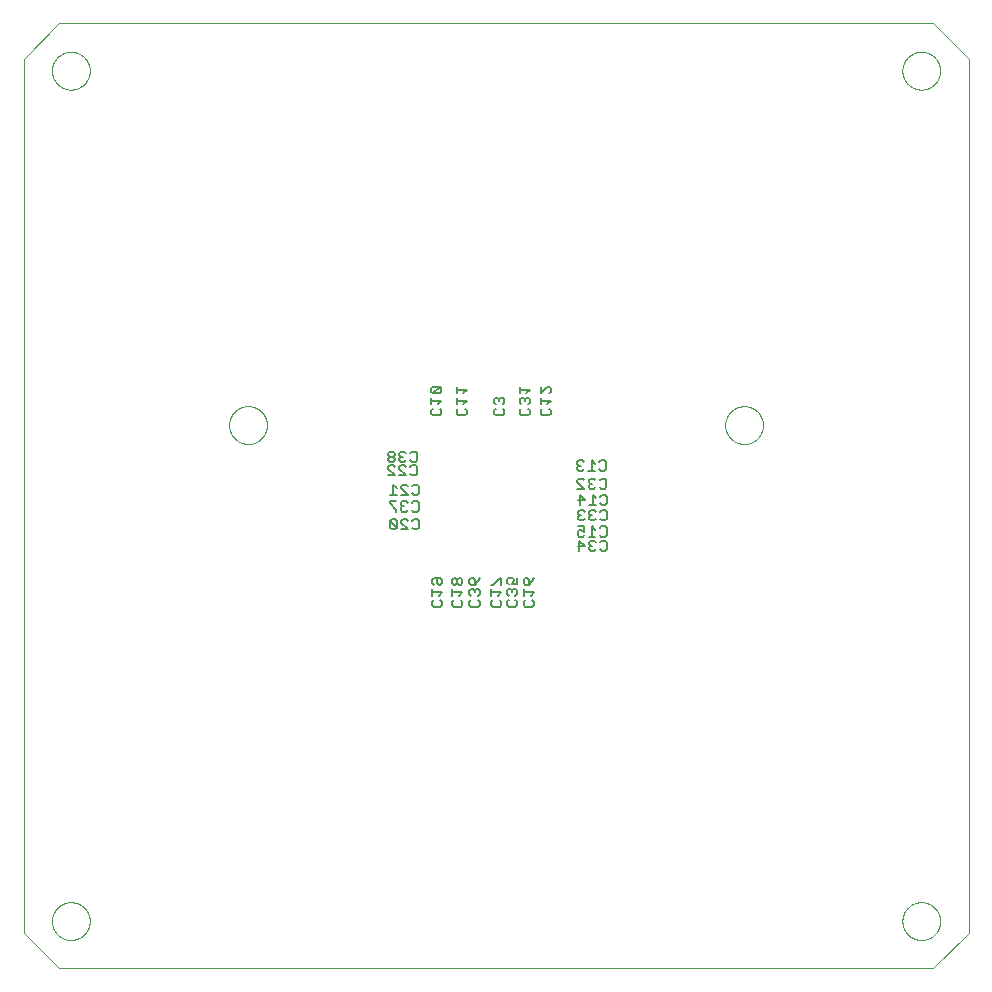
<source format=gbo>
G75*
%MOIN*%
%OFA0B0*%
%FSLAX25Y25*%
%IPPOS*%
%LPD*%
%AMOC8*
5,1,8,0,0,1.08239X$1,22.5*
%
%ADD10C,0.00600*%
%ADD11C,0.00000*%
D10*
X0171100Y0130718D02*
X0171100Y0131852D01*
X0171667Y0132419D01*
X0171100Y0133834D02*
X0171100Y0136102D01*
X0171100Y0134968D02*
X0174503Y0134968D01*
X0173369Y0133834D01*
X0173936Y0132419D02*
X0174503Y0131852D01*
X0174503Y0130718D01*
X0173936Y0130151D01*
X0171667Y0130151D01*
X0171100Y0130718D01*
X0177800Y0130667D02*
X0177800Y0131801D01*
X0178367Y0132369D01*
X0177800Y0133783D02*
X0177800Y0136052D01*
X0177800Y0134917D02*
X0181203Y0134917D01*
X0180069Y0133783D01*
X0180636Y0132369D02*
X0181203Y0131801D01*
X0181203Y0130667D01*
X0180636Y0130100D01*
X0178367Y0130100D01*
X0177800Y0130667D01*
X0183600Y0130718D02*
X0183600Y0131852D01*
X0184167Y0132419D01*
X0184167Y0133834D02*
X0183600Y0134401D01*
X0183600Y0135535D01*
X0184167Y0136102D01*
X0184734Y0136102D01*
X0185301Y0135535D01*
X0185301Y0134968D01*
X0185301Y0135535D02*
X0185869Y0136102D01*
X0186436Y0136102D01*
X0187003Y0135535D01*
X0187003Y0134401D01*
X0186436Y0133834D01*
X0186436Y0132419D02*
X0187003Y0131852D01*
X0187003Y0130718D01*
X0186436Y0130151D01*
X0184167Y0130151D01*
X0183600Y0130718D01*
X0184167Y0137517D02*
X0183600Y0138084D01*
X0183600Y0139218D01*
X0184167Y0139785D01*
X0184734Y0139785D01*
X0185301Y0139218D01*
X0185301Y0137517D01*
X0184167Y0137517D01*
X0185301Y0137517D02*
X0186436Y0138651D01*
X0187003Y0139785D01*
X0190800Y0137466D02*
X0191367Y0137466D01*
X0193636Y0139735D01*
X0194203Y0139735D01*
X0194203Y0137466D01*
X0196100Y0138133D02*
X0196667Y0137566D01*
X0196100Y0138133D02*
X0196100Y0139268D01*
X0196667Y0139835D01*
X0197801Y0139835D01*
X0198369Y0139268D01*
X0198369Y0138701D01*
X0197801Y0137566D01*
X0199503Y0137566D01*
X0199503Y0139835D01*
X0201700Y0139218D02*
X0202267Y0139785D01*
X0202834Y0139785D01*
X0203401Y0139218D01*
X0203401Y0137517D01*
X0202267Y0137517D01*
X0201700Y0138084D01*
X0201700Y0139218D01*
X0203401Y0137517D02*
X0204536Y0138651D01*
X0205103Y0139785D01*
X0205103Y0134968D02*
X0201700Y0134968D01*
X0201700Y0133834D02*
X0201700Y0136102D01*
X0199503Y0135585D02*
X0198936Y0136152D01*
X0198369Y0136152D01*
X0197801Y0135585D01*
X0197234Y0136152D01*
X0196667Y0136152D01*
X0196100Y0135585D01*
X0196100Y0134450D01*
X0196667Y0133883D01*
X0196667Y0132469D02*
X0196100Y0131901D01*
X0196100Y0130767D01*
X0196667Y0130200D01*
X0198936Y0130200D01*
X0199503Y0130767D01*
X0199503Y0131901D01*
X0198936Y0132469D01*
X0198936Y0133883D02*
X0199503Y0134450D01*
X0199503Y0135585D01*
X0197801Y0135585D02*
X0197801Y0135017D01*
X0194203Y0134917D02*
X0193069Y0133783D01*
X0193636Y0132369D02*
X0194203Y0131801D01*
X0194203Y0130667D01*
X0193636Y0130100D01*
X0191367Y0130100D01*
X0190800Y0130667D01*
X0190800Y0131801D01*
X0191367Y0132369D01*
X0190800Y0133783D02*
X0190800Y0136052D01*
X0190800Y0134917D02*
X0194203Y0134917D01*
X0201700Y0131852D02*
X0201700Y0130718D01*
X0202267Y0130151D01*
X0204536Y0130151D01*
X0205103Y0130718D01*
X0205103Y0131852D01*
X0204536Y0132419D01*
X0203969Y0133834D02*
X0205103Y0134968D01*
X0202267Y0132419D02*
X0201700Y0131852D01*
X0181203Y0138033D02*
X0181203Y0139168D01*
X0180636Y0139735D01*
X0180069Y0139735D01*
X0179501Y0139168D01*
X0179501Y0138033D01*
X0180069Y0137466D01*
X0180636Y0137466D01*
X0181203Y0138033D01*
X0179501Y0138033D02*
X0178934Y0137466D01*
X0178367Y0137466D01*
X0177800Y0138033D01*
X0177800Y0139168D01*
X0178367Y0139735D01*
X0178934Y0139735D01*
X0179501Y0139168D01*
X0174503Y0139218D02*
X0174503Y0138084D01*
X0173936Y0137517D01*
X0173369Y0137517D01*
X0172801Y0138084D01*
X0172801Y0139785D01*
X0171667Y0139785D02*
X0173936Y0139785D01*
X0174503Y0139218D01*
X0171667Y0139785D02*
X0171100Y0139218D01*
X0171100Y0138084D01*
X0171667Y0137517D01*
X0166133Y0155900D02*
X0164999Y0155900D01*
X0164431Y0156467D01*
X0163017Y0155900D02*
X0160748Y0158169D01*
X0160748Y0158736D01*
X0161315Y0159303D01*
X0162450Y0159303D01*
X0163017Y0158736D01*
X0164431Y0158736D02*
X0164999Y0159303D01*
X0166133Y0159303D01*
X0166700Y0158736D01*
X0166700Y0156467D01*
X0166133Y0155900D01*
X0163017Y0155900D02*
X0160748Y0155900D01*
X0159334Y0156467D02*
X0157065Y0158736D01*
X0157065Y0156467D01*
X0157632Y0155900D01*
X0158767Y0155900D01*
X0159334Y0156467D01*
X0159334Y0158736D01*
X0158767Y0159303D01*
X0157632Y0159303D01*
X0157065Y0158736D01*
X0159283Y0161859D02*
X0159283Y0162426D01*
X0157015Y0164695D01*
X0157015Y0165262D01*
X0159283Y0165262D01*
X0160698Y0164695D02*
X0160698Y0164128D01*
X0161265Y0163561D01*
X0160698Y0162993D01*
X0160698Y0162426D01*
X0161265Y0161859D01*
X0162399Y0161859D01*
X0162966Y0162426D01*
X0164381Y0162426D02*
X0164948Y0161859D01*
X0166082Y0161859D01*
X0166650Y0162426D01*
X0166650Y0164695D01*
X0166082Y0165262D01*
X0164948Y0165262D01*
X0164381Y0164695D01*
X0162966Y0164695D02*
X0162399Y0165262D01*
X0161265Y0165262D01*
X0160698Y0164695D01*
X0161265Y0163561D02*
X0161832Y0163561D01*
X0160748Y0167400D02*
X0163017Y0167400D01*
X0160748Y0169669D01*
X0160748Y0170236D01*
X0161315Y0170803D01*
X0162450Y0170803D01*
X0163017Y0170236D01*
X0164431Y0170236D02*
X0164999Y0170803D01*
X0166133Y0170803D01*
X0166700Y0170236D01*
X0166700Y0167967D01*
X0166133Y0167400D01*
X0164999Y0167400D01*
X0164431Y0167967D01*
X0159334Y0167400D02*
X0157065Y0167400D01*
X0158199Y0167400D02*
X0158199Y0170803D01*
X0159334Y0169669D01*
X0158834Y0173900D02*
X0156565Y0173900D01*
X0156565Y0176169D02*
X0156565Y0176736D01*
X0157132Y0177303D01*
X0158267Y0177303D01*
X0158834Y0176736D01*
X0160248Y0176736D02*
X0160815Y0177303D01*
X0161950Y0177303D01*
X0162517Y0176736D01*
X0163931Y0176736D02*
X0164499Y0177303D01*
X0165633Y0177303D01*
X0166200Y0176736D01*
X0166200Y0174467D01*
X0165633Y0173900D01*
X0164499Y0173900D01*
X0163931Y0174467D01*
X0162517Y0173900D02*
X0160248Y0176169D01*
X0160248Y0176736D01*
X0160815Y0178400D02*
X0161950Y0178400D01*
X0162517Y0178967D01*
X0163931Y0178967D02*
X0164499Y0178400D01*
X0165633Y0178400D01*
X0166200Y0178967D01*
X0166200Y0181236D01*
X0165633Y0181803D01*
X0164499Y0181803D01*
X0163931Y0181236D01*
X0162517Y0181236D02*
X0161950Y0181803D01*
X0160815Y0181803D01*
X0160248Y0181236D01*
X0160248Y0180669D01*
X0160815Y0180101D01*
X0160248Y0179534D01*
X0160248Y0178967D01*
X0160815Y0178400D01*
X0160815Y0180101D02*
X0161383Y0180101D01*
X0158834Y0179534D02*
X0158267Y0180101D01*
X0157132Y0180101D01*
X0156565Y0179534D01*
X0156565Y0178967D01*
X0157132Y0178400D01*
X0158267Y0178400D01*
X0158834Y0178967D01*
X0158834Y0179534D01*
X0158267Y0180101D02*
X0158834Y0180669D01*
X0158834Y0181236D01*
X0158267Y0181803D01*
X0157132Y0181803D01*
X0156565Y0181236D01*
X0156565Y0180669D01*
X0157132Y0180101D01*
X0156565Y0176169D02*
X0158834Y0173900D01*
X0160248Y0173900D02*
X0162517Y0173900D01*
X0171367Y0193900D02*
X0170800Y0194467D01*
X0170800Y0195601D01*
X0171367Y0196169D01*
X0170800Y0197583D02*
X0170800Y0199852D01*
X0170800Y0198717D02*
X0174203Y0198717D01*
X0173069Y0197583D01*
X0173636Y0196169D02*
X0174203Y0195601D01*
X0174203Y0194467D01*
X0173636Y0193900D01*
X0171367Y0193900D01*
X0171367Y0201266D02*
X0173636Y0203535D01*
X0171367Y0203535D01*
X0170800Y0202968D01*
X0170800Y0201833D01*
X0171367Y0201266D01*
X0173636Y0201266D01*
X0174203Y0201833D01*
X0174203Y0202968D01*
X0173636Y0203535D01*
X0179300Y0203535D02*
X0179300Y0201266D01*
X0179300Y0202401D02*
X0182703Y0202401D01*
X0181569Y0201266D01*
X0179300Y0199852D02*
X0179300Y0197583D01*
X0179300Y0198717D02*
X0182703Y0198717D01*
X0181569Y0197583D01*
X0182136Y0196169D02*
X0182703Y0195601D01*
X0182703Y0194467D01*
X0182136Y0193900D01*
X0179867Y0193900D01*
X0179300Y0194467D01*
X0179300Y0195601D01*
X0179867Y0196169D01*
X0191800Y0195601D02*
X0191800Y0194467D01*
X0192367Y0193900D01*
X0194636Y0193900D01*
X0195203Y0194467D01*
X0195203Y0195601D01*
X0194636Y0196169D01*
X0194636Y0197583D02*
X0195203Y0198150D01*
X0195203Y0199285D01*
X0194636Y0199852D01*
X0194069Y0199852D01*
X0193501Y0199285D01*
X0192934Y0199852D01*
X0192367Y0199852D01*
X0191800Y0199285D01*
X0191800Y0198150D01*
X0192367Y0197583D01*
X0192367Y0196169D02*
X0191800Y0195601D01*
X0193501Y0198717D02*
X0193501Y0199285D01*
X0200300Y0199285D02*
X0200300Y0198150D01*
X0200867Y0197583D01*
X0200867Y0196169D02*
X0200300Y0195601D01*
X0200300Y0194467D01*
X0200867Y0193900D01*
X0203136Y0193900D01*
X0203703Y0194467D01*
X0203703Y0195601D01*
X0203136Y0196169D01*
X0203136Y0197583D02*
X0203703Y0198150D01*
X0203703Y0199285D01*
X0203136Y0199852D01*
X0202569Y0199852D01*
X0202001Y0199285D01*
X0201434Y0199852D01*
X0200867Y0199852D01*
X0200300Y0199285D01*
X0202001Y0199285D02*
X0202001Y0198717D01*
X0202569Y0201266D02*
X0203703Y0202401D01*
X0200300Y0202401D01*
X0200300Y0203535D02*
X0200300Y0201266D01*
X0207300Y0201266D02*
X0207300Y0203535D01*
X0207300Y0201266D02*
X0209569Y0203535D01*
X0210136Y0203535D01*
X0210703Y0202968D01*
X0210703Y0201833D01*
X0210136Y0201266D01*
X0210703Y0198717D02*
X0207300Y0198717D01*
X0207300Y0197583D02*
X0207300Y0199852D01*
X0209569Y0197583D02*
X0210703Y0198717D01*
X0210136Y0196169D02*
X0210703Y0195601D01*
X0210703Y0194467D01*
X0210136Y0193900D01*
X0207867Y0193900D01*
X0207300Y0194467D01*
X0207300Y0195601D01*
X0207867Y0196169D01*
X0220082Y0178903D02*
X0219515Y0178336D01*
X0219515Y0177769D01*
X0220082Y0177201D01*
X0219515Y0176634D01*
X0219515Y0176067D01*
X0220082Y0175500D01*
X0221216Y0175500D01*
X0221783Y0176067D01*
X0223198Y0175500D02*
X0225466Y0175500D01*
X0224332Y0175500D02*
X0224332Y0178903D01*
X0225466Y0177769D01*
X0226881Y0178336D02*
X0227448Y0178903D01*
X0228582Y0178903D01*
X0229149Y0178336D01*
X0229149Y0176067D01*
X0228582Y0175500D01*
X0227448Y0175500D01*
X0226881Y0176067D01*
X0227548Y0172803D02*
X0226981Y0172236D01*
X0227548Y0172803D02*
X0228682Y0172803D01*
X0229249Y0172236D01*
X0229249Y0169967D01*
X0228682Y0169400D01*
X0227548Y0169400D01*
X0226981Y0169967D01*
X0225566Y0169967D02*
X0224999Y0169400D01*
X0223865Y0169400D01*
X0223298Y0169967D01*
X0223298Y0170534D01*
X0223865Y0171101D01*
X0224432Y0171101D01*
X0223865Y0171101D02*
X0223298Y0171669D01*
X0223298Y0172236D01*
X0223865Y0172803D01*
X0224999Y0172803D01*
X0225566Y0172236D01*
X0221883Y0172236D02*
X0221316Y0172803D01*
X0220182Y0172803D01*
X0219615Y0172236D01*
X0219615Y0171669D01*
X0221883Y0169400D01*
X0219615Y0169400D01*
X0220382Y0167403D02*
X0222083Y0165701D01*
X0219815Y0165701D01*
X0220382Y0164000D02*
X0220382Y0167403D01*
X0224632Y0167403D02*
X0224632Y0164000D01*
X0225766Y0164000D02*
X0223498Y0164000D01*
X0223975Y0162309D02*
X0223408Y0161742D01*
X0223408Y0161175D01*
X0223975Y0160608D01*
X0223408Y0160041D01*
X0223408Y0159473D01*
X0223975Y0158906D01*
X0225109Y0158906D01*
X0225677Y0159473D01*
X0227091Y0159473D02*
X0227658Y0158906D01*
X0228793Y0158906D01*
X0229360Y0159473D01*
X0229360Y0161742D01*
X0228793Y0162309D01*
X0227658Y0162309D01*
X0227091Y0161742D01*
X0225677Y0161742D02*
X0225109Y0162309D01*
X0223975Y0162309D01*
X0223975Y0160608D02*
X0224542Y0160608D01*
X0221993Y0161742D02*
X0221426Y0162309D01*
X0220292Y0162309D01*
X0219725Y0161742D01*
X0219725Y0161175D01*
X0220292Y0160608D01*
X0219725Y0160041D01*
X0219725Y0159473D01*
X0220292Y0158906D01*
X0221426Y0158906D01*
X0221993Y0159473D01*
X0220859Y0160608D02*
X0220292Y0160608D01*
X0219665Y0156903D02*
X0221934Y0156903D01*
X0221934Y0155201D01*
X0220799Y0155769D01*
X0220232Y0155769D01*
X0219665Y0155201D01*
X0219665Y0154067D01*
X0220232Y0153500D01*
X0221367Y0153500D01*
X0221934Y0154067D01*
X0223348Y0153500D02*
X0225617Y0153500D01*
X0224483Y0153500D02*
X0224483Y0156903D01*
X0225617Y0155769D01*
X0227031Y0156336D02*
X0227599Y0156903D01*
X0228733Y0156903D01*
X0229300Y0156336D01*
X0229300Y0154067D01*
X0228733Y0153500D01*
X0227599Y0153500D01*
X0227031Y0154067D01*
X0227648Y0152203D02*
X0227081Y0151636D01*
X0227648Y0152203D02*
X0228782Y0152203D01*
X0229349Y0151636D01*
X0229349Y0149367D01*
X0228782Y0148800D01*
X0227648Y0148800D01*
X0227081Y0149367D01*
X0225666Y0149367D02*
X0225099Y0148800D01*
X0223965Y0148800D01*
X0223398Y0149367D01*
X0223398Y0149934D01*
X0223965Y0150501D01*
X0224532Y0150501D01*
X0223965Y0150501D02*
X0223398Y0151069D01*
X0223398Y0151636D01*
X0223965Y0152203D01*
X0225099Y0152203D01*
X0225666Y0151636D01*
X0221983Y0150501D02*
X0219715Y0150501D01*
X0220282Y0148800D02*
X0220282Y0152203D01*
X0221983Y0150501D01*
X0227748Y0164000D02*
X0227181Y0164567D01*
X0227748Y0164000D02*
X0228882Y0164000D01*
X0229449Y0164567D01*
X0229449Y0166836D01*
X0228882Y0167403D01*
X0227748Y0167403D01*
X0227181Y0166836D01*
X0225766Y0166269D02*
X0224632Y0167403D01*
X0220649Y0177201D02*
X0220082Y0177201D01*
X0220082Y0178903D02*
X0221216Y0178903D01*
X0221783Y0178336D01*
D11*
X0046811Y0009600D02*
X0035000Y0021411D01*
X0035000Y0312750D01*
X0046811Y0324561D01*
X0338150Y0324561D01*
X0349961Y0312750D01*
X0349961Y0021411D01*
X0338150Y0009600D01*
X0046811Y0009600D01*
X0044449Y0025348D02*
X0044451Y0025506D01*
X0044457Y0025664D01*
X0044467Y0025822D01*
X0044481Y0025980D01*
X0044499Y0026137D01*
X0044520Y0026294D01*
X0044546Y0026450D01*
X0044576Y0026606D01*
X0044609Y0026761D01*
X0044647Y0026914D01*
X0044688Y0027067D01*
X0044733Y0027219D01*
X0044782Y0027370D01*
X0044835Y0027519D01*
X0044891Y0027667D01*
X0044951Y0027813D01*
X0045015Y0027958D01*
X0045083Y0028101D01*
X0045154Y0028243D01*
X0045228Y0028383D01*
X0045306Y0028520D01*
X0045388Y0028656D01*
X0045472Y0028790D01*
X0045561Y0028921D01*
X0045652Y0029050D01*
X0045747Y0029177D01*
X0045844Y0029302D01*
X0045945Y0029424D01*
X0046049Y0029543D01*
X0046156Y0029660D01*
X0046266Y0029774D01*
X0046379Y0029885D01*
X0046494Y0029994D01*
X0046612Y0030099D01*
X0046733Y0030201D01*
X0046856Y0030301D01*
X0046982Y0030397D01*
X0047110Y0030490D01*
X0047240Y0030580D01*
X0047373Y0030666D01*
X0047508Y0030750D01*
X0047644Y0030829D01*
X0047783Y0030906D01*
X0047924Y0030978D01*
X0048066Y0031048D01*
X0048210Y0031113D01*
X0048356Y0031175D01*
X0048503Y0031233D01*
X0048652Y0031288D01*
X0048802Y0031339D01*
X0048953Y0031386D01*
X0049105Y0031429D01*
X0049258Y0031468D01*
X0049413Y0031504D01*
X0049568Y0031535D01*
X0049724Y0031563D01*
X0049880Y0031587D01*
X0050037Y0031607D01*
X0050195Y0031623D01*
X0050352Y0031635D01*
X0050511Y0031643D01*
X0050669Y0031647D01*
X0050827Y0031647D01*
X0050985Y0031643D01*
X0051144Y0031635D01*
X0051301Y0031623D01*
X0051459Y0031607D01*
X0051616Y0031587D01*
X0051772Y0031563D01*
X0051928Y0031535D01*
X0052083Y0031504D01*
X0052238Y0031468D01*
X0052391Y0031429D01*
X0052543Y0031386D01*
X0052694Y0031339D01*
X0052844Y0031288D01*
X0052993Y0031233D01*
X0053140Y0031175D01*
X0053286Y0031113D01*
X0053430Y0031048D01*
X0053572Y0030978D01*
X0053713Y0030906D01*
X0053852Y0030829D01*
X0053988Y0030750D01*
X0054123Y0030666D01*
X0054256Y0030580D01*
X0054386Y0030490D01*
X0054514Y0030397D01*
X0054640Y0030301D01*
X0054763Y0030201D01*
X0054884Y0030099D01*
X0055002Y0029994D01*
X0055117Y0029885D01*
X0055230Y0029774D01*
X0055340Y0029660D01*
X0055447Y0029543D01*
X0055551Y0029424D01*
X0055652Y0029302D01*
X0055749Y0029177D01*
X0055844Y0029050D01*
X0055935Y0028921D01*
X0056024Y0028790D01*
X0056108Y0028656D01*
X0056190Y0028520D01*
X0056268Y0028383D01*
X0056342Y0028243D01*
X0056413Y0028101D01*
X0056481Y0027958D01*
X0056545Y0027813D01*
X0056605Y0027667D01*
X0056661Y0027519D01*
X0056714Y0027370D01*
X0056763Y0027219D01*
X0056808Y0027067D01*
X0056849Y0026914D01*
X0056887Y0026761D01*
X0056920Y0026606D01*
X0056950Y0026450D01*
X0056976Y0026294D01*
X0056997Y0026137D01*
X0057015Y0025980D01*
X0057029Y0025822D01*
X0057039Y0025664D01*
X0057045Y0025506D01*
X0057047Y0025348D01*
X0057045Y0025190D01*
X0057039Y0025032D01*
X0057029Y0024874D01*
X0057015Y0024716D01*
X0056997Y0024559D01*
X0056976Y0024402D01*
X0056950Y0024246D01*
X0056920Y0024090D01*
X0056887Y0023935D01*
X0056849Y0023782D01*
X0056808Y0023629D01*
X0056763Y0023477D01*
X0056714Y0023326D01*
X0056661Y0023177D01*
X0056605Y0023029D01*
X0056545Y0022883D01*
X0056481Y0022738D01*
X0056413Y0022595D01*
X0056342Y0022453D01*
X0056268Y0022313D01*
X0056190Y0022176D01*
X0056108Y0022040D01*
X0056024Y0021906D01*
X0055935Y0021775D01*
X0055844Y0021646D01*
X0055749Y0021519D01*
X0055652Y0021394D01*
X0055551Y0021272D01*
X0055447Y0021153D01*
X0055340Y0021036D01*
X0055230Y0020922D01*
X0055117Y0020811D01*
X0055002Y0020702D01*
X0054884Y0020597D01*
X0054763Y0020495D01*
X0054640Y0020395D01*
X0054514Y0020299D01*
X0054386Y0020206D01*
X0054256Y0020116D01*
X0054123Y0020030D01*
X0053988Y0019946D01*
X0053852Y0019867D01*
X0053713Y0019790D01*
X0053572Y0019718D01*
X0053430Y0019648D01*
X0053286Y0019583D01*
X0053140Y0019521D01*
X0052993Y0019463D01*
X0052844Y0019408D01*
X0052694Y0019357D01*
X0052543Y0019310D01*
X0052391Y0019267D01*
X0052238Y0019228D01*
X0052083Y0019192D01*
X0051928Y0019161D01*
X0051772Y0019133D01*
X0051616Y0019109D01*
X0051459Y0019089D01*
X0051301Y0019073D01*
X0051144Y0019061D01*
X0050985Y0019053D01*
X0050827Y0019049D01*
X0050669Y0019049D01*
X0050511Y0019053D01*
X0050352Y0019061D01*
X0050195Y0019073D01*
X0050037Y0019089D01*
X0049880Y0019109D01*
X0049724Y0019133D01*
X0049568Y0019161D01*
X0049413Y0019192D01*
X0049258Y0019228D01*
X0049105Y0019267D01*
X0048953Y0019310D01*
X0048802Y0019357D01*
X0048652Y0019408D01*
X0048503Y0019463D01*
X0048356Y0019521D01*
X0048210Y0019583D01*
X0048066Y0019648D01*
X0047924Y0019718D01*
X0047783Y0019790D01*
X0047644Y0019867D01*
X0047508Y0019946D01*
X0047373Y0020030D01*
X0047240Y0020116D01*
X0047110Y0020206D01*
X0046982Y0020299D01*
X0046856Y0020395D01*
X0046733Y0020495D01*
X0046612Y0020597D01*
X0046494Y0020702D01*
X0046379Y0020811D01*
X0046266Y0020922D01*
X0046156Y0021036D01*
X0046049Y0021153D01*
X0045945Y0021272D01*
X0045844Y0021394D01*
X0045747Y0021519D01*
X0045652Y0021646D01*
X0045561Y0021775D01*
X0045472Y0021906D01*
X0045388Y0022040D01*
X0045306Y0022176D01*
X0045228Y0022313D01*
X0045154Y0022453D01*
X0045083Y0022595D01*
X0045015Y0022738D01*
X0044951Y0022883D01*
X0044891Y0023029D01*
X0044835Y0023177D01*
X0044782Y0023326D01*
X0044733Y0023477D01*
X0044688Y0023629D01*
X0044647Y0023782D01*
X0044609Y0023935D01*
X0044576Y0024090D01*
X0044546Y0024246D01*
X0044520Y0024402D01*
X0044499Y0024559D01*
X0044481Y0024716D01*
X0044467Y0024874D01*
X0044457Y0025032D01*
X0044451Y0025190D01*
X0044449Y0025348D01*
X0103504Y0190702D02*
X0103506Y0190860D01*
X0103512Y0191018D01*
X0103522Y0191176D01*
X0103536Y0191334D01*
X0103554Y0191491D01*
X0103575Y0191648D01*
X0103601Y0191804D01*
X0103631Y0191960D01*
X0103664Y0192115D01*
X0103702Y0192268D01*
X0103743Y0192421D01*
X0103788Y0192573D01*
X0103837Y0192724D01*
X0103890Y0192873D01*
X0103946Y0193021D01*
X0104006Y0193167D01*
X0104070Y0193312D01*
X0104138Y0193455D01*
X0104209Y0193597D01*
X0104283Y0193737D01*
X0104361Y0193874D01*
X0104443Y0194010D01*
X0104527Y0194144D01*
X0104616Y0194275D01*
X0104707Y0194404D01*
X0104802Y0194531D01*
X0104899Y0194656D01*
X0105000Y0194778D01*
X0105104Y0194897D01*
X0105211Y0195014D01*
X0105321Y0195128D01*
X0105434Y0195239D01*
X0105549Y0195348D01*
X0105667Y0195453D01*
X0105788Y0195555D01*
X0105911Y0195655D01*
X0106037Y0195751D01*
X0106165Y0195844D01*
X0106295Y0195934D01*
X0106428Y0196020D01*
X0106563Y0196104D01*
X0106699Y0196183D01*
X0106838Y0196260D01*
X0106979Y0196332D01*
X0107121Y0196402D01*
X0107265Y0196467D01*
X0107411Y0196529D01*
X0107558Y0196587D01*
X0107707Y0196642D01*
X0107857Y0196693D01*
X0108008Y0196740D01*
X0108160Y0196783D01*
X0108313Y0196822D01*
X0108468Y0196858D01*
X0108623Y0196889D01*
X0108779Y0196917D01*
X0108935Y0196941D01*
X0109092Y0196961D01*
X0109250Y0196977D01*
X0109407Y0196989D01*
X0109566Y0196997D01*
X0109724Y0197001D01*
X0109882Y0197001D01*
X0110040Y0196997D01*
X0110199Y0196989D01*
X0110356Y0196977D01*
X0110514Y0196961D01*
X0110671Y0196941D01*
X0110827Y0196917D01*
X0110983Y0196889D01*
X0111138Y0196858D01*
X0111293Y0196822D01*
X0111446Y0196783D01*
X0111598Y0196740D01*
X0111749Y0196693D01*
X0111899Y0196642D01*
X0112048Y0196587D01*
X0112195Y0196529D01*
X0112341Y0196467D01*
X0112485Y0196402D01*
X0112627Y0196332D01*
X0112768Y0196260D01*
X0112907Y0196183D01*
X0113043Y0196104D01*
X0113178Y0196020D01*
X0113311Y0195934D01*
X0113441Y0195844D01*
X0113569Y0195751D01*
X0113695Y0195655D01*
X0113818Y0195555D01*
X0113939Y0195453D01*
X0114057Y0195348D01*
X0114172Y0195239D01*
X0114285Y0195128D01*
X0114395Y0195014D01*
X0114502Y0194897D01*
X0114606Y0194778D01*
X0114707Y0194656D01*
X0114804Y0194531D01*
X0114899Y0194404D01*
X0114990Y0194275D01*
X0115079Y0194144D01*
X0115163Y0194010D01*
X0115245Y0193874D01*
X0115323Y0193737D01*
X0115397Y0193597D01*
X0115468Y0193455D01*
X0115536Y0193312D01*
X0115600Y0193167D01*
X0115660Y0193021D01*
X0115716Y0192873D01*
X0115769Y0192724D01*
X0115818Y0192573D01*
X0115863Y0192421D01*
X0115904Y0192268D01*
X0115942Y0192115D01*
X0115975Y0191960D01*
X0116005Y0191804D01*
X0116031Y0191648D01*
X0116052Y0191491D01*
X0116070Y0191334D01*
X0116084Y0191176D01*
X0116094Y0191018D01*
X0116100Y0190860D01*
X0116102Y0190702D01*
X0116100Y0190544D01*
X0116094Y0190386D01*
X0116084Y0190228D01*
X0116070Y0190070D01*
X0116052Y0189913D01*
X0116031Y0189756D01*
X0116005Y0189600D01*
X0115975Y0189444D01*
X0115942Y0189289D01*
X0115904Y0189136D01*
X0115863Y0188983D01*
X0115818Y0188831D01*
X0115769Y0188680D01*
X0115716Y0188531D01*
X0115660Y0188383D01*
X0115600Y0188237D01*
X0115536Y0188092D01*
X0115468Y0187949D01*
X0115397Y0187807D01*
X0115323Y0187667D01*
X0115245Y0187530D01*
X0115163Y0187394D01*
X0115079Y0187260D01*
X0114990Y0187129D01*
X0114899Y0187000D01*
X0114804Y0186873D01*
X0114707Y0186748D01*
X0114606Y0186626D01*
X0114502Y0186507D01*
X0114395Y0186390D01*
X0114285Y0186276D01*
X0114172Y0186165D01*
X0114057Y0186056D01*
X0113939Y0185951D01*
X0113818Y0185849D01*
X0113695Y0185749D01*
X0113569Y0185653D01*
X0113441Y0185560D01*
X0113311Y0185470D01*
X0113178Y0185384D01*
X0113043Y0185300D01*
X0112907Y0185221D01*
X0112768Y0185144D01*
X0112627Y0185072D01*
X0112485Y0185002D01*
X0112341Y0184937D01*
X0112195Y0184875D01*
X0112048Y0184817D01*
X0111899Y0184762D01*
X0111749Y0184711D01*
X0111598Y0184664D01*
X0111446Y0184621D01*
X0111293Y0184582D01*
X0111138Y0184546D01*
X0110983Y0184515D01*
X0110827Y0184487D01*
X0110671Y0184463D01*
X0110514Y0184443D01*
X0110356Y0184427D01*
X0110199Y0184415D01*
X0110040Y0184407D01*
X0109882Y0184403D01*
X0109724Y0184403D01*
X0109566Y0184407D01*
X0109407Y0184415D01*
X0109250Y0184427D01*
X0109092Y0184443D01*
X0108935Y0184463D01*
X0108779Y0184487D01*
X0108623Y0184515D01*
X0108468Y0184546D01*
X0108313Y0184582D01*
X0108160Y0184621D01*
X0108008Y0184664D01*
X0107857Y0184711D01*
X0107707Y0184762D01*
X0107558Y0184817D01*
X0107411Y0184875D01*
X0107265Y0184937D01*
X0107121Y0185002D01*
X0106979Y0185072D01*
X0106838Y0185144D01*
X0106699Y0185221D01*
X0106563Y0185300D01*
X0106428Y0185384D01*
X0106295Y0185470D01*
X0106165Y0185560D01*
X0106037Y0185653D01*
X0105911Y0185749D01*
X0105788Y0185849D01*
X0105667Y0185951D01*
X0105549Y0186056D01*
X0105434Y0186165D01*
X0105321Y0186276D01*
X0105211Y0186390D01*
X0105104Y0186507D01*
X0105000Y0186626D01*
X0104899Y0186748D01*
X0104802Y0186873D01*
X0104707Y0187000D01*
X0104616Y0187129D01*
X0104527Y0187260D01*
X0104443Y0187394D01*
X0104361Y0187530D01*
X0104283Y0187667D01*
X0104209Y0187807D01*
X0104138Y0187949D01*
X0104070Y0188092D01*
X0104006Y0188237D01*
X0103946Y0188383D01*
X0103890Y0188531D01*
X0103837Y0188680D01*
X0103788Y0188831D01*
X0103743Y0188983D01*
X0103702Y0189136D01*
X0103664Y0189289D01*
X0103631Y0189444D01*
X0103601Y0189600D01*
X0103575Y0189756D01*
X0103554Y0189913D01*
X0103536Y0190070D01*
X0103522Y0190228D01*
X0103512Y0190386D01*
X0103506Y0190544D01*
X0103504Y0190702D01*
X0044449Y0308813D02*
X0044451Y0308971D01*
X0044457Y0309129D01*
X0044467Y0309287D01*
X0044481Y0309445D01*
X0044499Y0309602D01*
X0044520Y0309759D01*
X0044546Y0309915D01*
X0044576Y0310071D01*
X0044609Y0310226D01*
X0044647Y0310379D01*
X0044688Y0310532D01*
X0044733Y0310684D01*
X0044782Y0310835D01*
X0044835Y0310984D01*
X0044891Y0311132D01*
X0044951Y0311278D01*
X0045015Y0311423D01*
X0045083Y0311566D01*
X0045154Y0311708D01*
X0045228Y0311848D01*
X0045306Y0311985D01*
X0045388Y0312121D01*
X0045472Y0312255D01*
X0045561Y0312386D01*
X0045652Y0312515D01*
X0045747Y0312642D01*
X0045844Y0312767D01*
X0045945Y0312889D01*
X0046049Y0313008D01*
X0046156Y0313125D01*
X0046266Y0313239D01*
X0046379Y0313350D01*
X0046494Y0313459D01*
X0046612Y0313564D01*
X0046733Y0313666D01*
X0046856Y0313766D01*
X0046982Y0313862D01*
X0047110Y0313955D01*
X0047240Y0314045D01*
X0047373Y0314131D01*
X0047508Y0314215D01*
X0047644Y0314294D01*
X0047783Y0314371D01*
X0047924Y0314443D01*
X0048066Y0314513D01*
X0048210Y0314578D01*
X0048356Y0314640D01*
X0048503Y0314698D01*
X0048652Y0314753D01*
X0048802Y0314804D01*
X0048953Y0314851D01*
X0049105Y0314894D01*
X0049258Y0314933D01*
X0049413Y0314969D01*
X0049568Y0315000D01*
X0049724Y0315028D01*
X0049880Y0315052D01*
X0050037Y0315072D01*
X0050195Y0315088D01*
X0050352Y0315100D01*
X0050511Y0315108D01*
X0050669Y0315112D01*
X0050827Y0315112D01*
X0050985Y0315108D01*
X0051144Y0315100D01*
X0051301Y0315088D01*
X0051459Y0315072D01*
X0051616Y0315052D01*
X0051772Y0315028D01*
X0051928Y0315000D01*
X0052083Y0314969D01*
X0052238Y0314933D01*
X0052391Y0314894D01*
X0052543Y0314851D01*
X0052694Y0314804D01*
X0052844Y0314753D01*
X0052993Y0314698D01*
X0053140Y0314640D01*
X0053286Y0314578D01*
X0053430Y0314513D01*
X0053572Y0314443D01*
X0053713Y0314371D01*
X0053852Y0314294D01*
X0053988Y0314215D01*
X0054123Y0314131D01*
X0054256Y0314045D01*
X0054386Y0313955D01*
X0054514Y0313862D01*
X0054640Y0313766D01*
X0054763Y0313666D01*
X0054884Y0313564D01*
X0055002Y0313459D01*
X0055117Y0313350D01*
X0055230Y0313239D01*
X0055340Y0313125D01*
X0055447Y0313008D01*
X0055551Y0312889D01*
X0055652Y0312767D01*
X0055749Y0312642D01*
X0055844Y0312515D01*
X0055935Y0312386D01*
X0056024Y0312255D01*
X0056108Y0312121D01*
X0056190Y0311985D01*
X0056268Y0311848D01*
X0056342Y0311708D01*
X0056413Y0311566D01*
X0056481Y0311423D01*
X0056545Y0311278D01*
X0056605Y0311132D01*
X0056661Y0310984D01*
X0056714Y0310835D01*
X0056763Y0310684D01*
X0056808Y0310532D01*
X0056849Y0310379D01*
X0056887Y0310226D01*
X0056920Y0310071D01*
X0056950Y0309915D01*
X0056976Y0309759D01*
X0056997Y0309602D01*
X0057015Y0309445D01*
X0057029Y0309287D01*
X0057039Y0309129D01*
X0057045Y0308971D01*
X0057047Y0308813D01*
X0057045Y0308655D01*
X0057039Y0308497D01*
X0057029Y0308339D01*
X0057015Y0308181D01*
X0056997Y0308024D01*
X0056976Y0307867D01*
X0056950Y0307711D01*
X0056920Y0307555D01*
X0056887Y0307400D01*
X0056849Y0307247D01*
X0056808Y0307094D01*
X0056763Y0306942D01*
X0056714Y0306791D01*
X0056661Y0306642D01*
X0056605Y0306494D01*
X0056545Y0306348D01*
X0056481Y0306203D01*
X0056413Y0306060D01*
X0056342Y0305918D01*
X0056268Y0305778D01*
X0056190Y0305641D01*
X0056108Y0305505D01*
X0056024Y0305371D01*
X0055935Y0305240D01*
X0055844Y0305111D01*
X0055749Y0304984D01*
X0055652Y0304859D01*
X0055551Y0304737D01*
X0055447Y0304618D01*
X0055340Y0304501D01*
X0055230Y0304387D01*
X0055117Y0304276D01*
X0055002Y0304167D01*
X0054884Y0304062D01*
X0054763Y0303960D01*
X0054640Y0303860D01*
X0054514Y0303764D01*
X0054386Y0303671D01*
X0054256Y0303581D01*
X0054123Y0303495D01*
X0053988Y0303411D01*
X0053852Y0303332D01*
X0053713Y0303255D01*
X0053572Y0303183D01*
X0053430Y0303113D01*
X0053286Y0303048D01*
X0053140Y0302986D01*
X0052993Y0302928D01*
X0052844Y0302873D01*
X0052694Y0302822D01*
X0052543Y0302775D01*
X0052391Y0302732D01*
X0052238Y0302693D01*
X0052083Y0302657D01*
X0051928Y0302626D01*
X0051772Y0302598D01*
X0051616Y0302574D01*
X0051459Y0302554D01*
X0051301Y0302538D01*
X0051144Y0302526D01*
X0050985Y0302518D01*
X0050827Y0302514D01*
X0050669Y0302514D01*
X0050511Y0302518D01*
X0050352Y0302526D01*
X0050195Y0302538D01*
X0050037Y0302554D01*
X0049880Y0302574D01*
X0049724Y0302598D01*
X0049568Y0302626D01*
X0049413Y0302657D01*
X0049258Y0302693D01*
X0049105Y0302732D01*
X0048953Y0302775D01*
X0048802Y0302822D01*
X0048652Y0302873D01*
X0048503Y0302928D01*
X0048356Y0302986D01*
X0048210Y0303048D01*
X0048066Y0303113D01*
X0047924Y0303183D01*
X0047783Y0303255D01*
X0047644Y0303332D01*
X0047508Y0303411D01*
X0047373Y0303495D01*
X0047240Y0303581D01*
X0047110Y0303671D01*
X0046982Y0303764D01*
X0046856Y0303860D01*
X0046733Y0303960D01*
X0046612Y0304062D01*
X0046494Y0304167D01*
X0046379Y0304276D01*
X0046266Y0304387D01*
X0046156Y0304501D01*
X0046049Y0304618D01*
X0045945Y0304737D01*
X0045844Y0304859D01*
X0045747Y0304984D01*
X0045652Y0305111D01*
X0045561Y0305240D01*
X0045472Y0305371D01*
X0045388Y0305505D01*
X0045306Y0305641D01*
X0045228Y0305778D01*
X0045154Y0305918D01*
X0045083Y0306060D01*
X0045015Y0306203D01*
X0044951Y0306348D01*
X0044891Y0306494D01*
X0044835Y0306642D01*
X0044782Y0306791D01*
X0044733Y0306942D01*
X0044688Y0307094D01*
X0044647Y0307247D01*
X0044609Y0307400D01*
X0044576Y0307555D01*
X0044546Y0307711D01*
X0044520Y0307867D01*
X0044499Y0308024D01*
X0044481Y0308181D01*
X0044467Y0308339D01*
X0044457Y0308497D01*
X0044451Y0308655D01*
X0044449Y0308813D01*
X0268858Y0190702D02*
X0268860Y0190860D01*
X0268866Y0191018D01*
X0268876Y0191176D01*
X0268890Y0191334D01*
X0268908Y0191491D01*
X0268929Y0191648D01*
X0268955Y0191804D01*
X0268985Y0191960D01*
X0269018Y0192115D01*
X0269056Y0192268D01*
X0269097Y0192421D01*
X0269142Y0192573D01*
X0269191Y0192724D01*
X0269244Y0192873D01*
X0269300Y0193021D01*
X0269360Y0193167D01*
X0269424Y0193312D01*
X0269492Y0193455D01*
X0269563Y0193597D01*
X0269637Y0193737D01*
X0269715Y0193874D01*
X0269797Y0194010D01*
X0269881Y0194144D01*
X0269970Y0194275D01*
X0270061Y0194404D01*
X0270156Y0194531D01*
X0270253Y0194656D01*
X0270354Y0194778D01*
X0270458Y0194897D01*
X0270565Y0195014D01*
X0270675Y0195128D01*
X0270788Y0195239D01*
X0270903Y0195348D01*
X0271021Y0195453D01*
X0271142Y0195555D01*
X0271265Y0195655D01*
X0271391Y0195751D01*
X0271519Y0195844D01*
X0271649Y0195934D01*
X0271782Y0196020D01*
X0271917Y0196104D01*
X0272053Y0196183D01*
X0272192Y0196260D01*
X0272333Y0196332D01*
X0272475Y0196402D01*
X0272619Y0196467D01*
X0272765Y0196529D01*
X0272912Y0196587D01*
X0273061Y0196642D01*
X0273211Y0196693D01*
X0273362Y0196740D01*
X0273514Y0196783D01*
X0273667Y0196822D01*
X0273822Y0196858D01*
X0273977Y0196889D01*
X0274133Y0196917D01*
X0274289Y0196941D01*
X0274446Y0196961D01*
X0274604Y0196977D01*
X0274761Y0196989D01*
X0274920Y0196997D01*
X0275078Y0197001D01*
X0275236Y0197001D01*
X0275394Y0196997D01*
X0275553Y0196989D01*
X0275710Y0196977D01*
X0275868Y0196961D01*
X0276025Y0196941D01*
X0276181Y0196917D01*
X0276337Y0196889D01*
X0276492Y0196858D01*
X0276647Y0196822D01*
X0276800Y0196783D01*
X0276952Y0196740D01*
X0277103Y0196693D01*
X0277253Y0196642D01*
X0277402Y0196587D01*
X0277549Y0196529D01*
X0277695Y0196467D01*
X0277839Y0196402D01*
X0277981Y0196332D01*
X0278122Y0196260D01*
X0278261Y0196183D01*
X0278397Y0196104D01*
X0278532Y0196020D01*
X0278665Y0195934D01*
X0278795Y0195844D01*
X0278923Y0195751D01*
X0279049Y0195655D01*
X0279172Y0195555D01*
X0279293Y0195453D01*
X0279411Y0195348D01*
X0279526Y0195239D01*
X0279639Y0195128D01*
X0279749Y0195014D01*
X0279856Y0194897D01*
X0279960Y0194778D01*
X0280061Y0194656D01*
X0280158Y0194531D01*
X0280253Y0194404D01*
X0280344Y0194275D01*
X0280433Y0194144D01*
X0280517Y0194010D01*
X0280599Y0193874D01*
X0280677Y0193737D01*
X0280751Y0193597D01*
X0280822Y0193455D01*
X0280890Y0193312D01*
X0280954Y0193167D01*
X0281014Y0193021D01*
X0281070Y0192873D01*
X0281123Y0192724D01*
X0281172Y0192573D01*
X0281217Y0192421D01*
X0281258Y0192268D01*
X0281296Y0192115D01*
X0281329Y0191960D01*
X0281359Y0191804D01*
X0281385Y0191648D01*
X0281406Y0191491D01*
X0281424Y0191334D01*
X0281438Y0191176D01*
X0281448Y0191018D01*
X0281454Y0190860D01*
X0281456Y0190702D01*
X0281454Y0190544D01*
X0281448Y0190386D01*
X0281438Y0190228D01*
X0281424Y0190070D01*
X0281406Y0189913D01*
X0281385Y0189756D01*
X0281359Y0189600D01*
X0281329Y0189444D01*
X0281296Y0189289D01*
X0281258Y0189136D01*
X0281217Y0188983D01*
X0281172Y0188831D01*
X0281123Y0188680D01*
X0281070Y0188531D01*
X0281014Y0188383D01*
X0280954Y0188237D01*
X0280890Y0188092D01*
X0280822Y0187949D01*
X0280751Y0187807D01*
X0280677Y0187667D01*
X0280599Y0187530D01*
X0280517Y0187394D01*
X0280433Y0187260D01*
X0280344Y0187129D01*
X0280253Y0187000D01*
X0280158Y0186873D01*
X0280061Y0186748D01*
X0279960Y0186626D01*
X0279856Y0186507D01*
X0279749Y0186390D01*
X0279639Y0186276D01*
X0279526Y0186165D01*
X0279411Y0186056D01*
X0279293Y0185951D01*
X0279172Y0185849D01*
X0279049Y0185749D01*
X0278923Y0185653D01*
X0278795Y0185560D01*
X0278665Y0185470D01*
X0278532Y0185384D01*
X0278397Y0185300D01*
X0278261Y0185221D01*
X0278122Y0185144D01*
X0277981Y0185072D01*
X0277839Y0185002D01*
X0277695Y0184937D01*
X0277549Y0184875D01*
X0277402Y0184817D01*
X0277253Y0184762D01*
X0277103Y0184711D01*
X0276952Y0184664D01*
X0276800Y0184621D01*
X0276647Y0184582D01*
X0276492Y0184546D01*
X0276337Y0184515D01*
X0276181Y0184487D01*
X0276025Y0184463D01*
X0275868Y0184443D01*
X0275710Y0184427D01*
X0275553Y0184415D01*
X0275394Y0184407D01*
X0275236Y0184403D01*
X0275078Y0184403D01*
X0274920Y0184407D01*
X0274761Y0184415D01*
X0274604Y0184427D01*
X0274446Y0184443D01*
X0274289Y0184463D01*
X0274133Y0184487D01*
X0273977Y0184515D01*
X0273822Y0184546D01*
X0273667Y0184582D01*
X0273514Y0184621D01*
X0273362Y0184664D01*
X0273211Y0184711D01*
X0273061Y0184762D01*
X0272912Y0184817D01*
X0272765Y0184875D01*
X0272619Y0184937D01*
X0272475Y0185002D01*
X0272333Y0185072D01*
X0272192Y0185144D01*
X0272053Y0185221D01*
X0271917Y0185300D01*
X0271782Y0185384D01*
X0271649Y0185470D01*
X0271519Y0185560D01*
X0271391Y0185653D01*
X0271265Y0185749D01*
X0271142Y0185849D01*
X0271021Y0185951D01*
X0270903Y0186056D01*
X0270788Y0186165D01*
X0270675Y0186276D01*
X0270565Y0186390D01*
X0270458Y0186507D01*
X0270354Y0186626D01*
X0270253Y0186748D01*
X0270156Y0186873D01*
X0270061Y0187000D01*
X0269970Y0187129D01*
X0269881Y0187260D01*
X0269797Y0187394D01*
X0269715Y0187530D01*
X0269637Y0187667D01*
X0269563Y0187807D01*
X0269492Y0187949D01*
X0269424Y0188092D01*
X0269360Y0188237D01*
X0269300Y0188383D01*
X0269244Y0188531D01*
X0269191Y0188680D01*
X0269142Y0188831D01*
X0269097Y0188983D01*
X0269056Y0189136D01*
X0269018Y0189289D01*
X0268985Y0189444D01*
X0268955Y0189600D01*
X0268929Y0189756D01*
X0268908Y0189913D01*
X0268890Y0190070D01*
X0268876Y0190228D01*
X0268866Y0190386D01*
X0268860Y0190544D01*
X0268858Y0190702D01*
X0327914Y0308813D02*
X0327916Y0308971D01*
X0327922Y0309129D01*
X0327932Y0309287D01*
X0327946Y0309445D01*
X0327964Y0309602D01*
X0327985Y0309759D01*
X0328011Y0309915D01*
X0328041Y0310071D01*
X0328074Y0310226D01*
X0328112Y0310379D01*
X0328153Y0310532D01*
X0328198Y0310684D01*
X0328247Y0310835D01*
X0328300Y0310984D01*
X0328356Y0311132D01*
X0328416Y0311278D01*
X0328480Y0311423D01*
X0328548Y0311566D01*
X0328619Y0311708D01*
X0328693Y0311848D01*
X0328771Y0311985D01*
X0328853Y0312121D01*
X0328937Y0312255D01*
X0329026Y0312386D01*
X0329117Y0312515D01*
X0329212Y0312642D01*
X0329309Y0312767D01*
X0329410Y0312889D01*
X0329514Y0313008D01*
X0329621Y0313125D01*
X0329731Y0313239D01*
X0329844Y0313350D01*
X0329959Y0313459D01*
X0330077Y0313564D01*
X0330198Y0313666D01*
X0330321Y0313766D01*
X0330447Y0313862D01*
X0330575Y0313955D01*
X0330705Y0314045D01*
X0330838Y0314131D01*
X0330973Y0314215D01*
X0331109Y0314294D01*
X0331248Y0314371D01*
X0331389Y0314443D01*
X0331531Y0314513D01*
X0331675Y0314578D01*
X0331821Y0314640D01*
X0331968Y0314698D01*
X0332117Y0314753D01*
X0332267Y0314804D01*
X0332418Y0314851D01*
X0332570Y0314894D01*
X0332723Y0314933D01*
X0332878Y0314969D01*
X0333033Y0315000D01*
X0333189Y0315028D01*
X0333345Y0315052D01*
X0333502Y0315072D01*
X0333660Y0315088D01*
X0333817Y0315100D01*
X0333976Y0315108D01*
X0334134Y0315112D01*
X0334292Y0315112D01*
X0334450Y0315108D01*
X0334609Y0315100D01*
X0334766Y0315088D01*
X0334924Y0315072D01*
X0335081Y0315052D01*
X0335237Y0315028D01*
X0335393Y0315000D01*
X0335548Y0314969D01*
X0335703Y0314933D01*
X0335856Y0314894D01*
X0336008Y0314851D01*
X0336159Y0314804D01*
X0336309Y0314753D01*
X0336458Y0314698D01*
X0336605Y0314640D01*
X0336751Y0314578D01*
X0336895Y0314513D01*
X0337037Y0314443D01*
X0337178Y0314371D01*
X0337317Y0314294D01*
X0337453Y0314215D01*
X0337588Y0314131D01*
X0337721Y0314045D01*
X0337851Y0313955D01*
X0337979Y0313862D01*
X0338105Y0313766D01*
X0338228Y0313666D01*
X0338349Y0313564D01*
X0338467Y0313459D01*
X0338582Y0313350D01*
X0338695Y0313239D01*
X0338805Y0313125D01*
X0338912Y0313008D01*
X0339016Y0312889D01*
X0339117Y0312767D01*
X0339214Y0312642D01*
X0339309Y0312515D01*
X0339400Y0312386D01*
X0339489Y0312255D01*
X0339573Y0312121D01*
X0339655Y0311985D01*
X0339733Y0311848D01*
X0339807Y0311708D01*
X0339878Y0311566D01*
X0339946Y0311423D01*
X0340010Y0311278D01*
X0340070Y0311132D01*
X0340126Y0310984D01*
X0340179Y0310835D01*
X0340228Y0310684D01*
X0340273Y0310532D01*
X0340314Y0310379D01*
X0340352Y0310226D01*
X0340385Y0310071D01*
X0340415Y0309915D01*
X0340441Y0309759D01*
X0340462Y0309602D01*
X0340480Y0309445D01*
X0340494Y0309287D01*
X0340504Y0309129D01*
X0340510Y0308971D01*
X0340512Y0308813D01*
X0340510Y0308655D01*
X0340504Y0308497D01*
X0340494Y0308339D01*
X0340480Y0308181D01*
X0340462Y0308024D01*
X0340441Y0307867D01*
X0340415Y0307711D01*
X0340385Y0307555D01*
X0340352Y0307400D01*
X0340314Y0307247D01*
X0340273Y0307094D01*
X0340228Y0306942D01*
X0340179Y0306791D01*
X0340126Y0306642D01*
X0340070Y0306494D01*
X0340010Y0306348D01*
X0339946Y0306203D01*
X0339878Y0306060D01*
X0339807Y0305918D01*
X0339733Y0305778D01*
X0339655Y0305641D01*
X0339573Y0305505D01*
X0339489Y0305371D01*
X0339400Y0305240D01*
X0339309Y0305111D01*
X0339214Y0304984D01*
X0339117Y0304859D01*
X0339016Y0304737D01*
X0338912Y0304618D01*
X0338805Y0304501D01*
X0338695Y0304387D01*
X0338582Y0304276D01*
X0338467Y0304167D01*
X0338349Y0304062D01*
X0338228Y0303960D01*
X0338105Y0303860D01*
X0337979Y0303764D01*
X0337851Y0303671D01*
X0337721Y0303581D01*
X0337588Y0303495D01*
X0337453Y0303411D01*
X0337317Y0303332D01*
X0337178Y0303255D01*
X0337037Y0303183D01*
X0336895Y0303113D01*
X0336751Y0303048D01*
X0336605Y0302986D01*
X0336458Y0302928D01*
X0336309Y0302873D01*
X0336159Y0302822D01*
X0336008Y0302775D01*
X0335856Y0302732D01*
X0335703Y0302693D01*
X0335548Y0302657D01*
X0335393Y0302626D01*
X0335237Y0302598D01*
X0335081Y0302574D01*
X0334924Y0302554D01*
X0334766Y0302538D01*
X0334609Y0302526D01*
X0334450Y0302518D01*
X0334292Y0302514D01*
X0334134Y0302514D01*
X0333976Y0302518D01*
X0333817Y0302526D01*
X0333660Y0302538D01*
X0333502Y0302554D01*
X0333345Y0302574D01*
X0333189Y0302598D01*
X0333033Y0302626D01*
X0332878Y0302657D01*
X0332723Y0302693D01*
X0332570Y0302732D01*
X0332418Y0302775D01*
X0332267Y0302822D01*
X0332117Y0302873D01*
X0331968Y0302928D01*
X0331821Y0302986D01*
X0331675Y0303048D01*
X0331531Y0303113D01*
X0331389Y0303183D01*
X0331248Y0303255D01*
X0331109Y0303332D01*
X0330973Y0303411D01*
X0330838Y0303495D01*
X0330705Y0303581D01*
X0330575Y0303671D01*
X0330447Y0303764D01*
X0330321Y0303860D01*
X0330198Y0303960D01*
X0330077Y0304062D01*
X0329959Y0304167D01*
X0329844Y0304276D01*
X0329731Y0304387D01*
X0329621Y0304501D01*
X0329514Y0304618D01*
X0329410Y0304737D01*
X0329309Y0304859D01*
X0329212Y0304984D01*
X0329117Y0305111D01*
X0329026Y0305240D01*
X0328937Y0305371D01*
X0328853Y0305505D01*
X0328771Y0305641D01*
X0328693Y0305778D01*
X0328619Y0305918D01*
X0328548Y0306060D01*
X0328480Y0306203D01*
X0328416Y0306348D01*
X0328356Y0306494D01*
X0328300Y0306642D01*
X0328247Y0306791D01*
X0328198Y0306942D01*
X0328153Y0307094D01*
X0328112Y0307247D01*
X0328074Y0307400D01*
X0328041Y0307555D01*
X0328011Y0307711D01*
X0327985Y0307867D01*
X0327964Y0308024D01*
X0327946Y0308181D01*
X0327932Y0308339D01*
X0327922Y0308497D01*
X0327916Y0308655D01*
X0327914Y0308813D01*
X0327914Y0025348D02*
X0327916Y0025506D01*
X0327922Y0025664D01*
X0327932Y0025822D01*
X0327946Y0025980D01*
X0327964Y0026137D01*
X0327985Y0026294D01*
X0328011Y0026450D01*
X0328041Y0026606D01*
X0328074Y0026761D01*
X0328112Y0026914D01*
X0328153Y0027067D01*
X0328198Y0027219D01*
X0328247Y0027370D01*
X0328300Y0027519D01*
X0328356Y0027667D01*
X0328416Y0027813D01*
X0328480Y0027958D01*
X0328548Y0028101D01*
X0328619Y0028243D01*
X0328693Y0028383D01*
X0328771Y0028520D01*
X0328853Y0028656D01*
X0328937Y0028790D01*
X0329026Y0028921D01*
X0329117Y0029050D01*
X0329212Y0029177D01*
X0329309Y0029302D01*
X0329410Y0029424D01*
X0329514Y0029543D01*
X0329621Y0029660D01*
X0329731Y0029774D01*
X0329844Y0029885D01*
X0329959Y0029994D01*
X0330077Y0030099D01*
X0330198Y0030201D01*
X0330321Y0030301D01*
X0330447Y0030397D01*
X0330575Y0030490D01*
X0330705Y0030580D01*
X0330838Y0030666D01*
X0330973Y0030750D01*
X0331109Y0030829D01*
X0331248Y0030906D01*
X0331389Y0030978D01*
X0331531Y0031048D01*
X0331675Y0031113D01*
X0331821Y0031175D01*
X0331968Y0031233D01*
X0332117Y0031288D01*
X0332267Y0031339D01*
X0332418Y0031386D01*
X0332570Y0031429D01*
X0332723Y0031468D01*
X0332878Y0031504D01*
X0333033Y0031535D01*
X0333189Y0031563D01*
X0333345Y0031587D01*
X0333502Y0031607D01*
X0333660Y0031623D01*
X0333817Y0031635D01*
X0333976Y0031643D01*
X0334134Y0031647D01*
X0334292Y0031647D01*
X0334450Y0031643D01*
X0334609Y0031635D01*
X0334766Y0031623D01*
X0334924Y0031607D01*
X0335081Y0031587D01*
X0335237Y0031563D01*
X0335393Y0031535D01*
X0335548Y0031504D01*
X0335703Y0031468D01*
X0335856Y0031429D01*
X0336008Y0031386D01*
X0336159Y0031339D01*
X0336309Y0031288D01*
X0336458Y0031233D01*
X0336605Y0031175D01*
X0336751Y0031113D01*
X0336895Y0031048D01*
X0337037Y0030978D01*
X0337178Y0030906D01*
X0337317Y0030829D01*
X0337453Y0030750D01*
X0337588Y0030666D01*
X0337721Y0030580D01*
X0337851Y0030490D01*
X0337979Y0030397D01*
X0338105Y0030301D01*
X0338228Y0030201D01*
X0338349Y0030099D01*
X0338467Y0029994D01*
X0338582Y0029885D01*
X0338695Y0029774D01*
X0338805Y0029660D01*
X0338912Y0029543D01*
X0339016Y0029424D01*
X0339117Y0029302D01*
X0339214Y0029177D01*
X0339309Y0029050D01*
X0339400Y0028921D01*
X0339489Y0028790D01*
X0339573Y0028656D01*
X0339655Y0028520D01*
X0339733Y0028383D01*
X0339807Y0028243D01*
X0339878Y0028101D01*
X0339946Y0027958D01*
X0340010Y0027813D01*
X0340070Y0027667D01*
X0340126Y0027519D01*
X0340179Y0027370D01*
X0340228Y0027219D01*
X0340273Y0027067D01*
X0340314Y0026914D01*
X0340352Y0026761D01*
X0340385Y0026606D01*
X0340415Y0026450D01*
X0340441Y0026294D01*
X0340462Y0026137D01*
X0340480Y0025980D01*
X0340494Y0025822D01*
X0340504Y0025664D01*
X0340510Y0025506D01*
X0340512Y0025348D01*
X0340510Y0025190D01*
X0340504Y0025032D01*
X0340494Y0024874D01*
X0340480Y0024716D01*
X0340462Y0024559D01*
X0340441Y0024402D01*
X0340415Y0024246D01*
X0340385Y0024090D01*
X0340352Y0023935D01*
X0340314Y0023782D01*
X0340273Y0023629D01*
X0340228Y0023477D01*
X0340179Y0023326D01*
X0340126Y0023177D01*
X0340070Y0023029D01*
X0340010Y0022883D01*
X0339946Y0022738D01*
X0339878Y0022595D01*
X0339807Y0022453D01*
X0339733Y0022313D01*
X0339655Y0022176D01*
X0339573Y0022040D01*
X0339489Y0021906D01*
X0339400Y0021775D01*
X0339309Y0021646D01*
X0339214Y0021519D01*
X0339117Y0021394D01*
X0339016Y0021272D01*
X0338912Y0021153D01*
X0338805Y0021036D01*
X0338695Y0020922D01*
X0338582Y0020811D01*
X0338467Y0020702D01*
X0338349Y0020597D01*
X0338228Y0020495D01*
X0338105Y0020395D01*
X0337979Y0020299D01*
X0337851Y0020206D01*
X0337721Y0020116D01*
X0337588Y0020030D01*
X0337453Y0019946D01*
X0337317Y0019867D01*
X0337178Y0019790D01*
X0337037Y0019718D01*
X0336895Y0019648D01*
X0336751Y0019583D01*
X0336605Y0019521D01*
X0336458Y0019463D01*
X0336309Y0019408D01*
X0336159Y0019357D01*
X0336008Y0019310D01*
X0335856Y0019267D01*
X0335703Y0019228D01*
X0335548Y0019192D01*
X0335393Y0019161D01*
X0335237Y0019133D01*
X0335081Y0019109D01*
X0334924Y0019089D01*
X0334766Y0019073D01*
X0334609Y0019061D01*
X0334450Y0019053D01*
X0334292Y0019049D01*
X0334134Y0019049D01*
X0333976Y0019053D01*
X0333817Y0019061D01*
X0333660Y0019073D01*
X0333502Y0019089D01*
X0333345Y0019109D01*
X0333189Y0019133D01*
X0333033Y0019161D01*
X0332878Y0019192D01*
X0332723Y0019228D01*
X0332570Y0019267D01*
X0332418Y0019310D01*
X0332267Y0019357D01*
X0332117Y0019408D01*
X0331968Y0019463D01*
X0331821Y0019521D01*
X0331675Y0019583D01*
X0331531Y0019648D01*
X0331389Y0019718D01*
X0331248Y0019790D01*
X0331109Y0019867D01*
X0330973Y0019946D01*
X0330838Y0020030D01*
X0330705Y0020116D01*
X0330575Y0020206D01*
X0330447Y0020299D01*
X0330321Y0020395D01*
X0330198Y0020495D01*
X0330077Y0020597D01*
X0329959Y0020702D01*
X0329844Y0020811D01*
X0329731Y0020922D01*
X0329621Y0021036D01*
X0329514Y0021153D01*
X0329410Y0021272D01*
X0329309Y0021394D01*
X0329212Y0021519D01*
X0329117Y0021646D01*
X0329026Y0021775D01*
X0328937Y0021906D01*
X0328853Y0022040D01*
X0328771Y0022176D01*
X0328693Y0022313D01*
X0328619Y0022453D01*
X0328548Y0022595D01*
X0328480Y0022738D01*
X0328416Y0022883D01*
X0328356Y0023029D01*
X0328300Y0023177D01*
X0328247Y0023326D01*
X0328198Y0023477D01*
X0328153Y0023629D01*
X0328112Y0023782D01*
X0328074Y0023935D01*
X0328041Y0024090D01*
X0328011Y0024246D01*
X0327985Y0024402D01*
X0327964Y0024559D01*
X0327946Y0024716D01*
X0327932Y0024874D01*
X0327922Y0025032D01*
X0327916Y0025190D01*
X0327914Y0025348D01*
M02*

</source>
